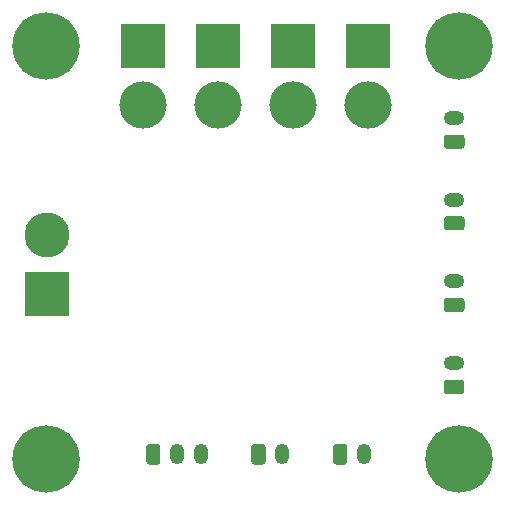
<source format=gbs>
%TF.GenerationSoftware,KiCad,Pcbnew,(5.1.9)-1*%
%TF.CreationDate,2021-06-05T23:50:19+09:00*%
%TF.ProjectId,universal_power_board,756e6976-6572-4736-916c-5f706f776572,rev?*%
%TF.SameCoordinates,Original*%
%TF.FileFunction,Soldermask,Bot*%
%TF.FilePolarity,Negative*%
%FSLAX46Y46*%
G04 Gerber Fmt 4.6, Leading zero omitted, Abs format (unit mm)*
G04 Created by KiCad (PCBNEW (5.1.9)-1) date 2021-06-05 23:50:19*
%MOMM*%
%LPD*%
G01*
G04 APERTURE LIST*
%ADD10C,5.700000*%
%ADD11C,4.000000*%
%ADD12R,3.800000X3.800000*%
%ADD13O,1.200000X1.750000*%
%ADD14O,1.750000X1.200000*%
%ADD15C,3.800000*%
G04 APERTURE END LIST*
D10*
%TO.C,H3*%
X96445001Y-56615001D03*
%TD*%
D11*
%TO.C,J12*%
X123705000Y-61642000D03*
D12*
X123705000Y-56642000D03*
%TD*%
D11*
%TO.C,J11*%
X117355000Y-61642000D03*
D12*
X117355000Y-56642000D03*
%TD*%
D13*
%TO.C,J10*%
X123376440Y-91191080D03*
G36*
G01*
X120776440Y-91816081D02*
X120776440Y-90566079D01*
G75*
G02*
X121026439Y-90316080I249999J0D01*
G01*
X121726441Y-90316080D01*
G75*
G02*
X121976440Y-90566079I0J-249999D01*
G01*
X121976440Y-91816081D01*
G75*
G02*
X121726441Y-92066080I-249999J0D01*
G01*
X121026439Y-92066080D01*
G75*
G02*
X120776440Y-91816081I0J249999D01*
G01*
G37*
%TD*%
%TO.C,J9*%
X116457480Y-91180920D03*
G36*
G01*
X113857480Y-91805921D02*
X113857480Y-90555919D01*
G75*
G02*
X114107479Y-90305920I249999J0D01*
G01*
X114807481Y-90305920D01*
G75*
G02*
X115057480Y-90555919I0J-249999D01*
G01*
X115057480Y-91805921D01*
G75*
G02*
X114807481Y-92055920I-249999J0D01*
G01*
X114107479Y-92055920D01*
G75*
G02*
X113857480Y-91805921I0J249999D01*
G01*
G37*
%TD*%
D14*
%TO.C,J8*%
X131028440Y-83488780D03*
G36*
G01*
X131653441Y-86088780D02*
X130403439Y-86088780D01*
G75*
G02*
X130153440Y-85838781I0J249999D01*
G01*
X130153440Y-85138779D01*
G75*
G02*
X130403439Y-84888780I249999J0D01*
G01*
X131653441Y-84888780D01*
G75*
G02*
X131903440Y-85138779I0J-249999D01*
G01*
X131903440Y-85838781D01*
G75*
G02*
X131653441Y-86088780I-249999J0D01*
G01*
G37*
%TD*%
%TO.C,J7*%
X131038600Y-76549500D03*
G36*
G01*
X131663601Y-79149500D02*
X130413599Y-79149500D01*
G75*
G02*
X130163600Y-78899501I0J249999D01*
G01*
X130163600Y-78199499D01*
G75*
G02*
X130413599Y-77949500I249999J0D01*
G01*
X131663601Y-77949500D01*
G75*
G02*
X131913600Y-78199499I0J-249999D01*
G01*
X131913600Y-78899501D01*
G75*
G02*
X131663601Y-79149500I-249999J0D01*
G01*
G37*
%TD*%
D11*
%TO.C,J6*%
X111005000Y-61642000D03*
D12*
X111005000Y-56642000D03*
%TD*%
D14*
%TO.C,J5*%
X131030980Y-69633080D03*
G36*
G01*
X131655981Y-72233080D02*
X130405979Y-72233080D01*
G75*
G02*
X130155980Y-71983081I0J249999D01*
G01*
X130155980Y-71283079D01*
G75*
G02*
X130405979Y-71033080I249999J0D01*
G01*
X131655981Y-71033080D01*
G75*
G02*
X131905980Y-71283079I0J-249999D01*
G01*
X131905980Y-71983081D01*
G75*
G02*
X131655981Y-72233080I-249999J0D01*
G01*
G37*
%TD*%
%TO.C,J4*%
X131030980Y-62721740D03*
G36*
G01*
X131655981Y-65321740D02*
X130405979Y-65321740D01*
G75*
G02*
X130155980Y-65071741I0J249999D01*
G01*
X130155980Y-64371739D01*
G75*
G02*
X130405979Y-64121740I249999J0D01*
G01*
X131655981Y-64121740D01*
G75*
G02*
X131905980Y-64371739I0J-249999D01*
G01*
X131905980Y-65071741D01*
G75*
G02*
X131655981Y-65321740I-249999J0D01*
G01*
G37*
%TD*%
D11*
%TO.C,J3*%
X104648000Y-61642000D03*
D12*
X104648000Y-56642000D03*
%TD*%
D15*
%TO.C,J2*%
X96520000Y-72644000D03*
D12*
X96520000Y-77644000D03*
%TD*%
D13*
%TO.C,J1*%
X109564940Y-91180920D03*
X107564940Y-91180920D03*
G36*
G01*
X104964940Y-91805921D02*
X104964940Y-90555919D01*
G75*
G02*
X105214939Y-90305920I249999J0D01*
G01*
X105914941Y-90305920D01*
G75*
G02*
X106164940Y-90555919I0J-249999D01*
G01*
X106164940Y-91805921D01*
G75*
G02*
X105914941Y-92055920I-249999J0D01*
G01*
X105214939Y-92055920D01*
G75*
G02*
X104964940Y-91805921I0J249999D01*
G01*
G37*
%TD*%
D10*
%TO.C,H4*%
X131445000Y-91615000D03*
%TD*%
%TO.C,H2*%
X131445000Y-56615001D03*
%TD*%
%TO.C,H1*%
X96445001Y-91615000D03*
%TD*%
M02*

</source>
